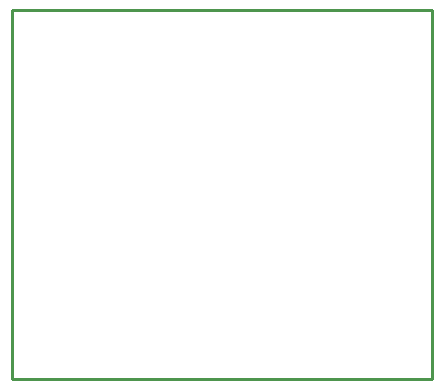
<source format=gko>
G04 ---------------------------- Layer name :KeepOutLayer*
G04 EasyEDA v5.6.10, Sun, 08 Jul 2018 18:09:17 GMT*
G04 afe9f61c7a5b4e3abdc74997a70e8aea*
G04 Gerber Generator version 0.2*
G04 Scale: 100 percent, Rotated: No, Reflected: No *
G04 Dimensions in inches *
G04 leading zeros omitted , absolute positions ,2 integer and 4 decimal *
%FSLAX24Y24*%
%MOIN*%
G90*
G70D02*

%ADD10C,0.010000*%
G54D10*
G01X50Y12300D02*
G01X14000Y12300D01*
G01X14000Y0D01*
G01X0Y0D01*
G01X0Y12300D01*
G01X50Y12300D01*

%LPD*%
M00*
M02*

</source>
